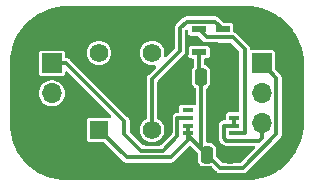
<source format=gbr>
%TF.GenerationSoftware,KiCad,Pcbnew,7.0.5*%
%TF.CreationDate,2023-12-18T16:39:59+02:00*%
%TF.ProjectId,Clock Push Button,436c6f63-6b20-4507-9573-682042757474,rev?*%
%TF.SameCoordinates,Original*%
%TF.FileFunction,Copper,L1,Top*%
%TF.FilePolarity,Positive*%
%FSLAX46Y46*%
G04 Gerber Fmt 4.6, Leading zero omitted, Abs format (unit mm)*
G04 Created by KiCad (PCBNEW 7.0.5) date 2023-12-18 16:39:59*
%MOMM*%
%LPD*%
G01*
G04 APERTURE LIST*
G04 Aperture macros list*
%AMRoundRect*
0 Rectangle with rounded corners*
0 $1 Rounding radius*
0 $2 $3 $4 $5 $6 $7 $8 $9 X,Y pos of 4 corners*
0 Add a 4 corners polygon primitive as box body*
4,1,4,$2,$3,$4,$5,$6,$7,$8,$9,$2,$3,0*
0 Add four circle primitives for the rounded corners*
1,1,$1+$1,$2,$3*
1,1,$1+$1,$4,$5*
1,1,$1+$1,$6,$7*
1,1,$1+$1,$8,$9*
0 Add four rect primitives between the rounded corners*
20,1,$1+$1,$2,$3,$4,$5,0*
20,1,$1+$1,$4,$5,$6,$7,0*
20,1,$1+$1,$6,$7,$8,$9,0*
20,1,$1+$1,$8,$9,$2,$3,0*%
G04 Aperture macros list end*
%TA.AperFunction,SMDPad,CuDef*%
%ADD10R,1.310000X0.940000*%
%TD*%
%TA.AperFunction,SMDPad,CuDef*%
%ADD11R,1.310000X0.550000*%
%TD*%
%TA.AperFunction,ComponentPad*%
%ADD12R,1.575000X1.575000*%
%TD*%
%TA.AperFunction,ComponentPad*%
%ADD13C,1.575000*%
%TD*%
%TA.AperFunction,SMDPad,CuDef*%
%ADD14R,0.950000X0.450000*%
%TD*%
%TA.AperFunction,SMDPad,CuDef*%
%ADD15RoundRect,0.250000X-0.250000X-0.475000X0.250000X-0.475000X0.250000X0.475000X-0.250000X0.475000X0*%
%TD*%
%TA.AperFunction,ComponentPad*%
%ADD16R,1.700000X1.700000*%
%TD*%
%TA.AperFunction,ComponentPad*%
%ADD17O,1.700000X1.700000*%
%TD*%
%TA.AperFunction,Conductor*%
%ADD18C,0.380000*%
%TD*%
G04 APERTURE END LIST*
D10*
%TO.P,IC2,1,GND*%
%TO.N,/GND*%
X128767500Y-52200000D03*
D11*
%TO.P,IC2,2,IN*%
%TO.N,Net-(IC2-IN)*%
X128767500Y-50475000D03*
%TO.P,IC2,3,OUT*%
%TO.N,Net-(IC2-OUT)*%
X126767500Y-50475000D03*
%TO.P,IC2,4,VCC*%
%TO.N,/3.3V*%
X126767500Y-52395000D03*
%TD*%
D12*
%TO.P,S2,1,C1*%
%TO.N,/3.3V*%
X118298400Y-58977600D03*
D13*
%TO.P,S2,2,C2*%
%TO.N,unconnected-(S2-C2-Pad2)*%
X118298400Y-52477600D03*
%TO.P,S2,3,N1*%
%TO.N,Net-(IC2-IN)*%
X122798400Y-58977600D03*
%TO.P,S2,4,N2*%
%TO.N,unconnected-(S2-N2-Pad4)*%
X122798400Y-52477600D03*
%TD*%
D14*
%TO.P,IC3,1,CP*%
%TO.N,Net-(IC2-OUT)*%
X129760765Y-59268000D03*
%TO.P,IC3,2,D*%
%TO.N,/CLK*%
X129760765Y-58618000D03*
%TO.P,IC3,3,~{Q}*%
X129760765Y-57968000D03*
%TO.P,IC3,4,GND*%
%TO.N,/GND*%
X129760765Y-57318000D03*
%TO.P,IC3,5,Q*%
%TO.N,unconnected-(IC3-Q-Pad5)*%
X125810765Y-57318000D03*
%TO.P,IC3,6,~{RD}*%
%TO.N,/~{Reset}*%
X125810765Y-57968000D03*
%TO.P,IC3,7,~{SD}*%
%TO.N,/3.3V*%
X125810765Y-58618000D03*
%TO.P,IC3,8,3V*%
X125810765Y-59268000D03*
%TD*%
D15*
%TO.P,C2,1*%
%TO.N,/3.3V*%
X126953365Y-54483000D03*
%TO.P,C2,2*%
%TO.N,/GND*%
X128853365Y-54483000D03*
%TD*%
%TO.P,C1,1*%
%TO.N,/3.3V*%
X127463000Y-61087000D03*
%TO.P,C1,2*%
%TO.N,/GND*%
X129363000Y-61087000D03*
%TD*%
D16*
%TO.P,J1,1,Pin_1*%
%TO.N,/~{Reset}*%
X114300000Y-53340000D03*
D17*
%TO.P,J1,2,Pin_2*%
%TO.N,unconnected-(J1-Pin_2-Pad2)*%
X114300000Y-55880000D03*
%TO.P,J1,3,Pin_3*%
%TO.N,/GND*%
X114300000Y-58420000D03*
%TD*%
D16*
%TO.P,J2,1,Pin_1*%
%TO.N,/3.3V*%
X132080000Y-53340000D03*
D17*
%TO.P,J2,2,Pin_2*%
%TO.N,unconnected-(J2-Pin_2-Pad2)*%
X132080000Y-55880000D03*
%TO.P,J2,3,Pin_3*%
%TO.N,/CLK*%
X132080000Y-58420000D03*
%TD*%
D18*
%TO.N,/GND*%
X121620900Y-59465337D02*
X121620900Y-58247900D01*
X125722500Y-52578000D02*
X124365765Y-53934735D01*
X121620900Y-58247900D02*
X115473000Y-52100000D01*
X128767500Y-52200000D02*
X128297500Y-51730000D01*
X128767500Y-52200000D02*
X128767500Y-54397135D01*
X129363000Y-61087000D02*
X128315765Y-60039765D01*
X123359900Y-60155100D02*
X122310663Y-60155100D01*
X115473000Y-52100000D02*
X113060000Y-52100000D01*
X129760765Y-57318000D02*
X128905765Y-57318000D01*
X128315765Y-55020600D02*
X128853365Y-54483000D01*
X128864765Y-57277000D02*
X128315765Y-57277000D01*
X113030000Y-52130000D02*
X113030000Y-57150000D01*
X128315765Y-57277000D02*
X128315765Y-55020600D01*
X128905765Y-57318000D02*
X128864765Y-57277000D01*
X113030000Y-57150000D02*
X114300000Y-58420000D01*
X125722500Y-51730000D02*
X125722500Y-52578000D01*
X124365765Y-53934735D02*
X124365765Y-59149235D01*
X128297500Y-51730000D02*
X125722500Y-51730000D01*
X122310663Y-60155100D02*
X121620900Y-59465337D01*
X113060000Y-52100000D02*
X113030000Y-52130000D01*
X128315765Y-60039765D02*
X128315765Y-57277000D01*
X124365765Y-59149235D02*
X123359900Y-60155100D01*
%TO.N,/3.3V*%
X120635900Y-61315100D02*
X118298400Y-58977600D01*
X128578000Y-62202000D02*
X127463000Y-61087000D01*
X126953365Y-60577365D02*
X127463000Y-61087000D01*
X126953365Y-54483000D02*
X126953365Y-60577365D01*
X126767500Y-52395000D02*
X126767500Y-54297135D01*
X130457000Y-62202000D02*
X128578000Y-62202000D01*
X125810765Y-59268000D02*
X125810765Y-58618000D01*
X133320000Y-54580000D02*
X133320000Y-59339000D01*
X124368665Y-61315100D02*
X120635900Y-61315100D01*
X132080000Y-53340000D02*
X133320000Y-54580000D01*
X125810765Y-59873000D02*
X124368665Y-61315100D01*
X125810765Y-59268000D02*
X125810765Y-59434765D01*
X125810765Y-59268000D02*
X125810765Y-59873000D01*
X133320000Y-59339000D02*
X130457000Y-62202000D01*
X125810765Y-59434765D02*
X127463000Y-61087000D01*
%TO.N,Net-(IC2-IN)*%
X125142500Y-50390000D02*
X125722500Y-49810000D01*
X128102500Y-49810000D02*
X128767500Y-50475000D01*
X125142500Y-52310000D02*
X125142500Y-50390000D01*
X125722500Y-49810000D02*
X128102500Y-49810000D01*
X122798400Y-58977600D02*
X122798400Y-54654100D01*
X122798400Y-54654100D02*
X125142500Y-52310000D01*
%TO.N,Net-(IC2-OUT)*%
X127442500Y-51150000D02*
X129622500Y-51150000D01*
X130625765Y-59258000D02*
X130615765Y-59268000D01*
X129622500Y-51150000D02*
X130625765Y-52153265D01*
X130625765Y-52153265D02*
X130625765Y-59258000D01*
X130615765Y-59268000D02*
X129760765Y-59268000D01*
X126767500Y-50475000D02*
X127442500Y-51150000D01*
%TO.N,/CLK*%
X132080000Y-59690000D02*
X132080000Y-58420000D01*
X131887000Y-59883000D02*
X132080000Y-59690000D01*
X129070000Y-59883000D02*
X131887000Y-59883000D01*
X128895765Y-58628000D02*
X128895765Y-59708765D01*
X128895765Y-59708765D02*
X129070000Y-59883000D01*
X129760765Y-58618000D02*
X128905765Y-58618000D01*
X128905765Y-58618000D02*
X128895765Y-58628000D01*
X129760765Y-57968000D02*
X129760765Y-58618000D01*
%TO.N,/~{Reset}*%
X124945765Y-59516479D02*
X123727144Y-60735100D01*
X121890856Y-60735100D02*
X120451000Y-59295244D01*
X115530000Y-53340000D02*
X114300000Y-53340000D01*
X120451000Y-59295244D02*
X120451000Y-58261000D01*
X124945765Y-57978000D02*
X124945765Y-59516479D01*
X123727144Y-60735100D02*
X121890856Y-60735100D01*
X120451000Y-58261000D02*
X115530000Y-53340000D01*
X125810765Y-57968000D02*
X124955765Y-57968000D01*
X124955765Y-57968000D02*
X124945765Y-57978000D01*
%TD*%
%TA.AperFunction,Conductor*%
%TO.N,/GND*%
G36*
X130811353Y-48510558D02*
G01*
X131228237Y-48528759D01*
X131233590Y-48529228D01*
X131645957Y-48583517D01*
X131651273Y-48584455D01*
X132057328Y-48674476D01*
X132062540Y-48675872D01*
X132459209Y-48800941D01*
X132464289Y-48802790D01*
X132485203Y-48811453D01*
X132848553Y-48961957D01*
X132853423Y-48964228D01*
X133222372Y-49156291D01*
X133227021Y-49158976D01*
X133577810Y-49382454D01*
X133582229Y-49385548D01*
X133782186Y-49538980D01*
X133912198Y-49638741D01*
X133916343Y-49642220D01*
X134222976Y-49923197D01*
X134226802Y-49927023D01*
X134507779Y-50233656D01*
X134511256Y-50237799D01*
X134620827Y-50380595D01*
X134764449Y-50567767D01*
X134767548Y-50572193D01*
X134991018Y-50922971D01*
X134993712Y-50927635D01*
X135041891Y-51020185D01*
X135185762Y-51296558D01*
X135188049Y-51301462D01*
X135347209Y-51685710D01*
X135349060Y-51690795D01*
X135474123Y-52087444D01*
X135475523Y-52092671D01*
X135565544Y-52498726D01*
X135566484Y-52504055D01*
X135620769Y-52916391D01*
X135621240Y-52921781D01*
X135633374Y-53199691D01*
X135639441Y-53338646D01*
X135639500Y-53341350D01*
X135639500Y-58418646D01*
X135639441Y-58421350D01*
X135621240Y-58838215D01*
X135620768Y-58843606D01*
X135566483Y-59255945D01*
X135565543Y-59261274D01*
X135475525Y-59667322D01*
X135474125Y-59672549D01*
X135349059Y-60069205D01*
X135347208Y-60074290D01*
X135188048Y-60458536D01*
X135185760Y-60463440D01*
X135013718Y-60793934D01*
X134993719Y-60832351D01*
X134991013Y-60837037D01*
X134767553Y-61187798D01*
X134764449Y-61192231D01*
X134511258Y-61522197D01*
X134507779Y-61526342D01*
X134226801Y-61832975D01*
X134222975Y-61836801D01*
X133916342Y-62117779D01*
X133912197Y-62121258D01*
X133582231Y-62374449D01*
X133577798Y-62377553D01*
X133227037Y-62601013D01*
X133222353Y-62603717D01*
X132926916Y-62757511D01*
X132853440Y-62795761D01*
X132848536Y-62798048D01*
X132464290Y-62957208D01*
X132459205Y-62959059D01*
X132062549Y-63084125D01*
X132057322Y-63085525D01*
X131651274Y-63175543D01*
X131645945Y-63176483D01*
X131233606Y-63230768D01*
X131228215Y-63231240D01*
X130811351Y-63249441D01*
X130808647Y-63249500D01*
X115571350Y-63249500D01*
X115568646Y-63249441D01*
X115164690Y-63231805D01*
X115151780Y-63231241D01*
X115146390Y-63230770D01*
X114734055Y-63176485D01*
X114728726Y-63175545D01*
X114322671Y-63085524D01*
X114317444Y-63084124D01*
X113920795Y-62959061D01*
X113915717Y-62957213D01*
X113531462Y-62798050D01*
X113526565Y-62795767D01*
X113157634Y-62603713D01*
X113152970Y-62601019D01*
X112802192Y-62377549D01*
X112797766Y-62374450D01*
X112763352Y-62348043D01*
X112467798Y-62121256D01*
X112463663Y-62117786D01*
X112157023Y-61836802D01*
X112153197Y-61832976D01*
X111872213Y-61526336D01*
X111868745Y-61522204D01*
X111615547Y-61192230D01*
X111612453Y-61187811D01*
X111388975Y-60837022D01*
X111386290Y-60832373D01*
X111194227Y-60463424D01*
X111191949Y-60458537D01*
X111166041Y-60395989D01*
X111032781Y-60074270D01*
X111030940Y-60069209D01*
X110905871Y-59672540D01*
X110904475Y-59667328D01*
X110814454Y-59261273D01*
X110813516Y-59255957D01*
X110759227Y-58843591D01*
X110758758Y-58838238D01*
X110740555Y-58421308D01*
X110740498Y-58418690D01*
X110740498Y-58375832D01*
X110740498Y-55880000D01*
X113194785Y-55880000D01*
X113213602Y-56083082D01*
X113269417Y-56279247D01*
X113269422Y-56279260D01*
X113360327Y-56461821D01*
X113483237Y-56624581D01*
X113633958Y-56761980D01*
X113633960Y-56761982D01*
X113659808Y-56777986D01*
X113807363Y-56869348D01*
X113997544Y-56943024D01*
X114198024Y-56980500D01*
X114198026Y-56980500D01*
X114401974Y-56980500D01*
X114401976Y-56980500D01*
X114602456Y-56943024D01*
X114792637Y-56869348D01*
X114966041Y-56761981D01*
X115116764Y-56624579D01*
X115239673Y-56461821D01*
X115330582Y-56279250D01*
X115386397Y-56083083D01*
X115405215Y-55880000D01*
X115386397Y-55676917D01*
X115330582Y-55480750D01*
X115300893Y-55421127D01*
X115286272Y-55391764D01*
X115239673Y-55298179D01*
X115116764Y-55135421D01*
X115116762Y-55135418D01*
X114966041Y-54998019D01*
X114966039Y-54998017D01*
X114792642Y-54890655D01*
X114792635Y-54890651D01*
X114612541Y-54820883D01*
X114602456Y-54816976D01*
X114401976Y-54779500D01*
X114198024Y-54779500D01*
X113997544Y-54816976D01*
X113997541Y-54816976D01*
X113997541Y-54816977D01*
X113807364Y-54890651D01*
X113807357Y-54890655D01*
X113633960Y-54998017D01*
X113633958Y-54998019D01*
X113483237Y-55135418D01*
X113360327Y-55298178D01*
X113269422Y-55480739D01*
X113269417Y-55480752D01*
X113213602Y-55676917D01*
X113194785Y-55879999D01*
X113194785Y-55880000D01*
X110740498Y-55880000D01*
X110740499Y-54214678D01*
X113199500Y-54214678D01*
X113214032Y-54287735D01*
X113214033Y-54287739D01*
X113214034Y-54287740D01*
X113269399Y-54370601D01*
X113352260Y-54425966D01*
X113352264Y-54425967D01*
X113425321Y-54440499D01*
X113425324Y-54440500D01*
X113425326Y-54440500D01*
X115174676Y-54440500D01*
X115174677Y-54440499D01*
X115247740Y-54425966D01*
X115330601Y-54370601D01*
X115385966Y-54287740D01*
X115400500Y-54214674D01*
X115400500Y-54132823D01*
X115420185Y-54065784D01*
X115472989Y-54020029D01*
X115542147Y-54010085D01*
X115605703Y-54039110D01*
X115612181Y-54045142D01*
X119319041Y-57752002D01*
X119352526Y-57813325D01*
X119347542Y-57883017D01*
X119305670Y-57938950D01*
X119240206Y-57963367D01*
X119195690Y-57956154D01*
X119195619Y-57956516D01*
X119185489Y-57954501D01*
X119183909Y-57954245D01*
X119183638Y-57954132D01*
X119110577Y-57939600D01*
X119110574Y-57939600D01*
X117486226Y-57939600D01*
X117486223Y-57939600D01*
X117413164Y-57954132D01*
X117413160Y-57954133D01*
X117330299Y-58009499D01*
X117274933Y-58092360D01*
X117274932Y-58092364D01*
X117260400Y-58165421D01*
X117260400Y-59789778D01*
X117274932Y-59862835D01*
X117274933Y-59862839D01*
X117274934Y-59862840D01*
X117330299Y-59945701D01*
X117371605Y-59973300D01*
X117413160Y-60001066D01*
X117413164Y-60001067D01*
X117486221Y-60015599D01*
X117486224Y-60015600D01*
X117486226Y-60015600D01*
X118662077Y-60015600D01*
X118729116Y-60035285D01*
X118749758Y-60051919D01*
X120304455Y-61606616D01*
X120309091Y-61611804D01*
X120326194Y-61633249D01*
X120332899Y-61641657D01*
X120373712Y-61669483D01*
X120379999Y-61673769D01*
X120381882Y-61675106D01*
X120427742Y-61708952D01*
X120427746Y-61708953D01*
X120435123Y-61712852D01*
X120442613Y-61716459D01*
X120442615Y-61716460D01*
X120470579Y-61725085D01*
X120497084Y-61733261D01*
X120499270Y-61733980D01*
X120553081Y-61752810D01*
X120553086Y-61752810D01*
X120561256Y-61754356D01*
X120569504Y-61755599D01*
X120569505Y-61755600D01*
X120626496Y-61755600D01*
X120628777Y-61755642D01*
X120685777Y-61757775D01*
X120695010Y-61756735D01*
X120695106Y-61757589D01*
X120710220Y-61755600D01*
X124340437Y-61755600D01*
X124347377Y-61755989D01*
X124377316Y-61759363D01*
X124385321Y-61760265D01*
X124385321Y-61760264D01*
X124385322Y-61760265D01*
X124441369Y-61749659D01*
X124443636Y-61749275D01*
X124493137Y-61741815D01*
X124499971Y-61740785D01*
X124507942Y-61738326D01*
X124515792Y-61735579D01*
X124515792Y-61735578D01*
X124515796Y-61735578D01*
X124566194Y-61708940D01*
X124568240Y-61707908D01*
X124619611Y-61683170D01*
X124619613Y-61683167D01*
X124626469Y-61678493D01*
X124633197Y-61673529D01*
X124637243Y-61669483D01*
X124673502Y-61633222D01*
X124675125Y-61631658D01*
X124716952Y-61592850D01*
X124716954Y-61592846D01*
X124722747Y-61585582D01*
X124723423Y-61586121D01*
X124732696Y-61574028D01*
X125942203Y-60364521D01*
X126003524Y-60331038D01*
X126073216Y-60336022D01*
X126117560Y-60364521D01*
X126594935Y-60841896D01*
X126594936Y-60841897D01*
X126635241Y-60882202D01*
X126636824Y-60883846D01*
X126675615Y-60925652D01*
X126675616Y-60925653D01*
X126679397Y-60929727D01*
X126710567Y-60992259D01*
X126712500Y-61014070D01*
X126712500Y-61609870D01*
X126712501Y-61609876D01*
X126718908Y-61669483D01*
X126769202Y-61804328D01*
X126769206Y-61804335D01*
X126855452Y-61919544D01*
X126855455Y-61919547D01*
X126970664Y-62005793D01*
X126970671Y-62005797D01*
X127015618Y-62022561D01*
X127105517Y-62056091D01*
X127165127Y-62062500D01*
X127760872Y-62062499D01*
X127764176Y-62062499D01*
X127831215Y-62082183D01*
X127851857Y-62098818D01*
X128246555Y-62493516D01*
X128251191Y-62498704D01*
X128267009Y-62518538D01*
X128274999Y-62528557D01*
X128322121Y-62560684D01*
X128323970Y-62561996D01*
X128327164Y-62564353D01*
X128369841Y-62595851D01*
X128377216Y-62599748D01*
X128384713Y-62603359D01*
X128384715Y-62603360D01*
X128439206Y-62620167D01*
X128441368Y-62620879D01*
X128495181Y-62639710D01*
X128495186Y-62639710D01*
X128503356Y-62641256D01*
X128511604Y-62642499D01*
X128511605Y-62642500D01*
X128568596Y-62642500D01*
X128570877Y-62642542D01*
X128627877Y-62644675D01*
X128637110Y-62643635D01*
X128637206Y-62644489D01*
X128652320Y-62642500D01*
X130428772Y-62642500D01*
X130435712Y-62642889D01*
X130465651Y-62646263D01*
X130473656Y-62647165D01*
X130473656Y-62647164D01*
X130473657Y-62647165D01*
X130529704Y-62636559D01*
X130531971Y-62636175D01*
X130588306Y-62627685D01*
X130596277Y-62625226D01*
X130604127Y-62622479D01*
X130604127Y-62622478D01*
X130604131Y-62622478D01*
X130654529Y-62595840D01*
X130656575Y-62594808D01*
X130707946Y-62570070D01*
X130707948Y-62570067D01*
X130714804Y-62565393D01*
X130721532Y-62560429D01*
X130761837Y-62520122D01*
X130763460Y-62518558D01*
X130805287Y-62479750D01*
X130805289Y-62479746D01*
X130811082Y-62472482D01*
X130811758Y-62473021D01*
X130821031Y-62460928D01*
X133611528Y-59670431D01*
X133616696Y-59665812D01*
X133646557Y-59642001D01*
X133678684Y-59594877D01*
X133679986Y-59593042D01*
X133713852Y-59547158D01*
X133713853Y-59547156D01*
X133717741Y-59539798D01*
X133721359Y-59532287D01*
X133726525Y-59515539D01*
X133738166Y-59477796D01*
X133738881Y-59475625D01*
X133757710Y-59421819D01*
X133757710Y-59421813D01*
X133759254Y-59413655D01*
X133760500Y-59405394D01*
X133760500Y-59348403D01*
X133760542Y-59346121D01*
X133762675Y-59289123D01*
X133762674Y-59289122D01*
X133761635Y-59279894D01*
X133762492Y-59279797D01*
X133760500Y-59264689D01*
X133760500Y-54608227D01*
X133760889Y-54601289D01*
X133765165Y-54563344D01*
X133754556Y-54507279D01*
X133754177Y-54505040D01*
X133745685Y-54448694D01*
X133745684Y-54448691D01*
X133743231Y-54440738D01*
X133740479Y-54432875D01*
X133740478Y-54432869D01*
X133713841Y-54382470D01*
X133712808Y-54380423D01*
X133688068Y-54329050D01*
X133683403Y-54322207D01*
X133678428Y-54315467D01*
X133638121Y-54275160D01*
X133636539Y-54273517D01*
X133597750Y-54231713D01*
X133590482Y-54225917D01*
X133591017Y-54225245D01*
X133578926Y-54215965D01*
X133216819Y-53853858D01*
X133183334Y-53792535D01*
X133180500Y-53766177D01*
X133180500Y-52465323D01*
X133180499Y-52465321D01*
X133165967Y-52392264D01*
X133165966Y-52392260D01*
X133160728Y-52384421D01*
X133110601Y-52309399D01*
X133055234Y-52272405D01*
X133027739Y-52254033D01*
X133027735Y-52254032D01*
X132954677Y-52239500D01*
X132954674Y-52239500D01*
X131205326Y-52239500D01*
X131199234Y-52239500D01*
X131199234Y-52238324D01*
X131136746Y-52226468D01*
X131086040Y-52178398D01*
X131071410Y-52139144D01*
X131062117Y-52090033D01*
X131060325Y-52080567D01*
X131059940Y-52078293D01*
X131059621Y-52076175D01*
X131051450Y-52021959D01*
X131051448Y-52021955D01*
X131048993Y-52013995D01*
X131046244Y-52006140D01*
X131046243Y-52006134D01*
X131019606Y-51955735D01*
X131018573Y-51953688D01*
X130993833Y-51902315D01*
X130989168Y-51895472D01*
X130984193Y-51888732D01*
X130964961Y-51869500D01*
X130943886Y-51848425D01*
X130942304Y-51846782D01*
X130903515Y-51804978D01*
X130896247Y-51799182D01*
X130896782Y-51798510D01*
X130884691Y-51789230D01*
X129953943Y-50858482D01*
X129949306Y-50853294D01*
X129925499Y-50823441D01*
X129878393Y-50791324D01*
X129876503Y-50789983D01*
X129848105Y-50769025D01*
X129830657Y-50756148D01*
X129830655Y-50756147D01*
X129823294Y-50752256D01*
X129815787Y-50748641D01*
X129815785Y-50748640D01*
X129761311Y-50731837D01*
X129759122Y-50731116D01*
X129757145Y-50730425D01*
X129756015Y-50730029D01*
X129699250Y-50689293D01*
X129673519Y-50624334D01*
X129673000Y-50612998D01*
X129673000Y-50175323D01*
X129672999Y-50175321D01*
X129658467Y-50102264D01*
X129658466Y-50102260D01*
X129629265Y-50058557D01*
X129603101Y-50019399D01*
X129520240Y-49964034D01*
X129520239Y-49964033D01*
X129520235Y-49964032D01*
X129447177Y-49949500D01*
X129447174Y-49949500D01*
X128916323Y-49949500D01*
X128849284Y-49929815D01*
X128828642Y-49913181D01*
X128433943Y-49518482D01*
X128429306Y-49513294D01*
X128405499Y-49483441D01*
X128358393Y-49451324D01*
X128356503Y-49449983D01*
X128311395Y-49416693D01*
X128310657Y-49416148D01*
X128310655Y-49416147D01*
X128303294Y-49412256D01*
X128295784Y-49408639D01*
X128241318Y-49391839D01*
X128239115Y-49391114D01*
X128185319Y-49372289D01*
X128177140Y-49370741D01*
X128168899Y-49369500D01*
X128168895Y-49369500D01*
X128111904Y-49369500D01*
X128109622Y-49369457D01*
X128085561Y-49368557D01*
X128052622Y-49367324D01*
X128043390Y-49368365D01*
X128043293Y-49367510D01*
X128028180Y-49369500D01*
X125750727Y-49369500D01*
X125743788Y-49369110D01*
X125729584Y-49367510D01*
X125705844Y-49364834D01*
X125649832Y-49375432D01*
X125647547Y-49375820D01*
X125591193Y-49384314D01*
X125583238Y-49386767D01*
X125575368Y-49389522D01*
X125524993Y-49416145D01*
X125522926Y-49417188D01*
X125471553Y-49441929D01*
X125464697Y-49446603D01*
X125457964Y-49451573D01*
X125417685Y-49491852D01*
X125416017Y-49493459D01*
X125374210Y-49532251D01*
X125368419Y-49539514D01*
X125367749Y-49538980D01*
X125358468Y-49551069D01*
X124850981Y-50058557D01*
X124845794Y-50063192D01*
X124815943Y-50086998D01*
X124815941Y-50087000D01*
X124783831Y-50134096D01*
X124782491Y-50135984D01*
X124748648Y-50181841D01*
X124744748Y-50189221D01*
X124741140Y-50196715D01*
X124724341Y-50251172D01*
X124723617Y-50253372D01*
X124704790Y-50307178D01*
X124703245Y-50315340D01*
X124702000Y-50323605D01*
X124702000Y-50380595D01*
X124701957Y-50382879D01*
X124701134Y-50404869D01*
X124699824Y-50439877D01*
X124700865Y-50449110D01*
X124700008Y-50449206D01*
X124702000Y-50464319D01*
X124702000Y-52076175D01*
X124682315Y-52143214D01*
X124665681Y-52163856D01*
X124029004Y-52800533D01*
X123967681Y-52834018D01*
X123897989Y-52829034D01*
X123842056Y-52787162D01*
X123817639Y-52721698D01*
X123821498Y-52687317D01*
X123820193Y-52687058D01*
X123821380Y-52681087D01*
X123821380Y-52681085D01*
X123821381Y-52681083D01*
X123841422Y-52477600D01*
X123821381Y-52274117D01*
X123762027Y-52078453D01*
X123762025Y-52078450D01*
X123762025Y-52078448D01*
X123665644Y-51898133D01*
X123665642Y-51898131D01*
X123665641Y-51898128D01*
X123624194Y-51847624D01*
X123535928Y-51740071D01*
X123377873Y-51610360D01*
X123377866Y-51610355D01*
X123197551Y-51513974D01*
X123001881Y-51454618D01*
X122798400Y-51434578D01*
X122594918Y-51454618D01*
X122399248Y-51513974D01*
X122218933Y-51610355D01*
X122218926Y-51610360D01*
X122060871Y-51740071D01*
X121931160Y-51898126D01*
X121931155Y-51898133D01*
X121834774Y-52078448D01*
X121775418Y-52274118D01*
X121755378Y-52477599D01*
X121775418Y-52681081D01*
X121834774Y-52876751D01*
X121931155Y-53057066D01*
X121931160Y-53057073D01*
X122060871Y-53215128D01*
X122170859Y-53305392D01*
X122218928Y-53344841D01*
X122218931Y-53344842D01*
X122218933Y-53344844D01*
X122399248Y-53441225D01*
X122399250Y-53441225D01*
X122399253Y-53441227D01*
X122594917Y-53500581D01*
X122798400Y-53520622D01*
X123001883Y-53500581D01*
X123001885Y-53500580D01*
X123001887Y-53500580D01*
X123007858Y-53499393D01*
X123008332Y-53501777D01*
X123067473Y-53501225D01*
X123126602Y-53538448D01*
X123156220Y-53601730D01*
X123146923Y-53670978D01*
X123121333Y-53708204D01*
X122506881Y-54322657D01*
X122501694Y-54327292D01*
X122471843Y-54351098D01*
X122471841Y-54351100D01*
X122439731Y-54398196D01*
X122438391Y-54400084D01*
X122404548Y-54445941D01*
X122400648Y-54453321D01*
X122397040Y-54460815D01*
X122380241Y-54515272D01*
X122379517Y-54517472D01*
X122360690Y-54571278D01*
X122359145Y-54579440D01*
X122357900Y-54587705D01*
X122357900Y-54644695D01*
X122357857Y-54646979D01*
X122357034Y-54668969D01*
X122355724Y-54703977D01*
X122356765Y-54713210D01*
X122355908Y-54713306D01*
X122357900Y-54728419D01*
X122357900Y-57961753D01*
X122338215Y-58028792D01*
X122292355Y-58071110D01*
X122218926Y-58110359D01*
X122060871Y-58240071D01*
X121931160Y-58398126D01*
X121931155Y-58398133D01*
X121834774Y-58578448D01*
X121775418Y-58774118D01*
X121755378Y-58977599D01*
X121775418Y-59181081D01*
X121834774Y-59376751D01*
X121931155Y-59557066D01*
X121931160Y-59557073D01*
X122060871Y-59715128D01*
X122151833Y-59789778D01*
X122218928Y-59844841D01*
X122218931Y-59844842D01*
X122218933Y-59844844D01*
X122399248Y-59941225D01*
X122399250Y-59941225D01*
X122399253Y-59941227D01*
X122594917Y-60000581D01*
X122798400Y-60020622D01*
X123001883Y-60000581D01*
X123197547Y-59941227D01*
X123377872Y-59844841D01*
X123535928Y-59715128D01*
X123665641Y-59557072D01*
X123731133Y-59434545D01*
X123762025Y-59376751D01*
X123762025Y-59376750D01*
X123762027Y-59376747D01*
X123821381Y-59181083D01*
X123841422Y-58977600D01*
X123821381Y-58774117D01*
X123762027Y-58578453D01*
X123762025Y-58578450D01*
X123762025Y-58578448D01*
X123665644Y-58398133D01*
X123665642Y-58398131D01*
X123665641Y-58398128D01*
X123611858Y-58332593D01*
X123535928Y-58240071D01*
X123377873Y-58110360D01*
X123377866Y-58110354D01*
X123304446Y-58071111D01*
X123254601Y-58022149D01*
X123238899Y-57961753D01*
X123238899Y-56461821D01*
X123238899Y-54887918D01*
X123258584Y-54820883D01*
X123275213Y-54800246D01*
X125434028Y-52641431D01*
X125439196Y-52636812D01*
X125469057Y-52613001D01*
X125501194Y-52565862D01*
X125502482Y-52564046D01*
X125536352Y-52518157D01*
X125536353Y-52518155D01*
X125540243Y-52510794D01*
X125543856Y-52503289D01*
X125543860Y-52503285D01*
X125560661Y-52448811D01*
X125561385Y-52446614D01*
X125580210Y-52392819D01*
X125580210Y-52392812D01*
X125581756Y-52384642D01*
X125582997Y-52376403D01*
X125583000Y-52376395D01*
X125582999Y-52319405D01*
X125583041Y-52317120D01*
X125585175Y-52260123D01*
X125585174Y-52260122D01*
X125584135Y-52250893D01*
X125584988Y-52250796D01*
X125583000Y-52235682D01*
X125583000Y-50623822D01*
X125602685Y-50556783D01*
X125619312Y-50536147D01*
X125650321Y-50505138D01*
X125711640Y-50471655D01*
X125781332Y-50476639D01*
X125837266Y-50518509D01*
X125861684Y-50583973D01*
X125862000Y-50592821D01*
X125862000Y-50774678D01*
X125876532Y-50847735D01*
X125876533Y-50847739D01*
X125876534Y-50847740D01*
X125931899Y-50930601D01*
X126014760Y-50985966D01*
X126014764Y-50985967D01*
X126087821Y-51000499D01*
X126087824Y-51000500D01*
X126087826Y-51000500D01*
X126618677Y-51000500D01*
X126685716Y-51020185D01*
X126706358Y-51036819D01*
X127111055Y-51441516D01*
X127115691Y-51446704D01*
X127132451Y-51467720D01*
X127139499Y-51476557D01*
X127186621Y-51508684D01*
X127188470Y-51509996D01*
X127193859Y-51513973D01*
X127234341Y-51543851D01*
X127241716Y-51547748D01*
X127249213Y-51551359D01*
X127249215Y-51551360D01*
X127303706Y-51568167D01*
X127305868Y-51568879D01*
X127359681Y-51587710D01*
X127359686Y-51587710D01*
X127367856Y-51589256D01*
X127376104Y-51590499D01*
X127376105Y-51590500D01*
X127433096Y-51590500D01*
X127435377Y-51590542D01*
X127492377Y-51592675D01*
X127501610Y-51591635D01*
X127501706Y-51592489D01*
X127516820Y-51590500D01*
X129388677Y-51590500D01*
X129455716Y-51610185D01*
X129476358Y-51626819D01*
X130148946Y-52299407D01*
X130182431Y-52360730D01*
X130185265Y-52387088D01*
X130185265Y-57368500D01*
X130165580Y-57435539D01*
X130112776Y-57481294D01*
X130061265Y-57492500D01*
X129261088Y-57492500D01*
X129188029Y-57507032D01*
X129188025Y-57507033D01*
X129105164Y-57562399D01*
X129049798Y-57645260D01*
X129049797Y-57645264D01*
X129035265Y-57718321D01*
X129035265Y-58050546D01*
X129015580Y-58117585D01*
X128962776Y-58163340D01*
X128897385Y-58173767D01*
X128889108Y-58172834D01*
X128833112Y-58183430D01*
X128830827Y-58183818D01*
X128774457Y-58192315D01*
X128766523Y-58194762D01*
X128758632Y-58197523D01*
X128708260Y-58224145D01*
X128706192Y-58225189D01*
X128654816Y-58249931D01*
X128647971Y-58254597D01*
X128641230Y-58259573D01*
X128604245Y-58296557D01*
X128599059Y-58301192D01*
X128569207Y-58324999D01*
X128569205Y-58325001D01*
X128568955Y-58325369D01*
X128562761Y-58332593D01*
X128563264Y-58332994D01*
X128557475Y-58340253D01*
X128551273Y-58350993D01*
X128548811Y-58354912D01*
X128537096Y-58372097D01*
X128535753Y-58373990D01*
X128501912Y-58419844D01*
X128498013Y-58427221D01*
X128494405Y-58434715D01*
X128477606Y-58489172D01*
X128476882Y-58491372D01*
X128458055Y-58545178D01*
X128456510Y-58553340D01*
X128455265Y-58561605D01*
X128455265Y-58618595D01*
X128455222Y-58620879D01*
X128454490Y-58640471D01*
X128453089Y-58677877D01*
X128454130Y-58687110D01*
X128453273Y-58687206D01*
X128455265Y-58702319D01*
X128455265Y-59680536D01*
X128454875Y-59687484D01*
X128450599Y-59725421D01*
X128456493Y-59756570D01*
X128461203Y-59781463D01*
X128461586Y-59783717D01*
X128470080Y-59840070D01*
X128472546Y-59848066D01*
X128475286Y-59855895D01*
X128501910Y-59906269D01*
X128502955Y-59908339D01*
X128527695Y-59959713D01*
X128532351Y-59966543D01*
X128537334Y-59973293D01*
X128537336Y-59973297D01*
X128577641Y-60013602D01*
X128579224Y-60015246D01*
X128618015Y-60057052D01*
X128625281Y-60062846D01*
X128624743Y-60063519D01*
X128636837Y-60072798D01*
X128738555Y-60174516D01*
X128743191Y-60179704D01*
X128759951Y-60200720D01*
X128766999Y-60209557D01*
X128814121Y-60241684D01*
X128815970Y-60242996D01*
X128831492Y-60254452D01*
X128861841Y-60276851D01*
X128869216Y-60280748D01*
X128876713Y-60284359D01*
X128876715Y-60284360D01*
X128931195Y-60301164D01*
X128933337Y-60301869D01*
X128987181Y-60320711D01*
X128987183Y-60320711D01*
X128995340Y-60322254D01*
X129003602Y-60323500D01*
X129003605Y-60323500D01*
X129060585Y-60323500D01*
X129062867Y-60323542D01*
X129119878Y-60325675D01*
X129129112Y-60324635D01*
X129129208Y-60325489D01*
X129144322Y-60323500D01*
X131413177Y-60323500D01*
X131480216Y-60343185D01*
X131525971Y-60395989D01*
X131535915Y-60465147D01*
X131506890Y-60528703D01*
X131500858Y-60535181D01*
X130310858Y-61725181D01*
X130249535Y-61758666D01*
X130223177Y-61761500D01*
X128811823Y-61761500D01*
X128744784Y-61741815D01*
X128724142Y-61725181D01*
X128249818Y-61250857D01*
X128216333Y-61189534D01*
X128213499Y-61163176D01*
X128213499Y-60564129D01*
X128213498Y-60564123D01*
X128207091Y-60504516D01*
X128156797Y-60369671D01*
X128156793Y-60369664D01*
X128070547Y-60254455D01*
X128070544Y-60254452D01*
X127955335Y-60168206D01*
X127955328Y-60168202D01*
X127820482Y-60117908D01*
X127820483Y-60117908D01*
X127760883Y-60111501D01*
X127760881Y-60111500D01*
X127760873Y-60111500D01*
X127760865Y-60111500D01*
X127517865Y-60111500D01*
X127450826Y-60091815D01*
X127405071Y-60039011D01*
X127393865Y-59987500D01*
X127393865Y-55502666D01*
X127413550Y-55435627D01*
X127443554Y-55403399D01*
X127445694Y-55401796D01*
X127445696Y-55401796D01*
X127560911Y-55315546D01*
X127647161Y-55200331D01*
X127697456Y-55065483D01*
X127703865Y-55005873D01*
X127703864Y-53960128D01*
X127697456Y-53900517D01*
X127680053Y-53853858D01*
X127647162Y-53765671D01*
X127647158Y-53765664D01*
X127560912Y-53650455D01*
X127560909Y-53650452D01*
X127445700Y-53564206D01*
X127445693Y-53564202D01*
X127310849Y-53513909D01*
X127303484Y-53512169D01*
X127242768Y-53477596D01*
X127210382Y-53415685D01*
X127207999Y-53391492D01*
X127208000Y-53044500D01*
X127227685Y-52977460D01*
X127280489Y-52931705D01*
X127332000Y-52920500D01*
X127447176Y-52920500D01*
X127447177Y-52920499D01*
X127520240Y-52905966D01*
X127603101Y-52850601D01*
X127658466Y-52767740D01*
X127673000Y-52694674D01*
X127673000Y-52095326D01*
X127673000Y-52095325D01*
X127673000Y-52095323D01*
X127672999Y-52095321D01*
X127658467Y-52022264D01*
X127658466Y-52022260D01*
X127658264Y-52021958D01*
X127603101Y-51939399D01*
X127538384Y-51896157D01*
X127520239Y-51884033D01*
X127520235Y-51884032D01*
X127447177Y-51869500D01*
X127447174Y-51869500D01*
X126087826Y-51869500D01*
X126087823Y-51869500D01*
X126014764Y-51884032D01*
X126014760Y-51884033D01*
X125931899Y-51939399D01*
X125876533Y-52022260D01*
X125876532Y-52022264D01*
X125862000Y-52095321D01*
X125862000Y-52694678D01*
X125876532Y-52767735D01*
X125876533Y-52767739D01*
X125889511Y-52787162D01*
X125931899Y-52850601D01*
X126005083Y-52899500D01*
X126014760Y-52905966D01*
X126014764Y-52905967D01*
X126087821Y-52920499D01*
X126087824Y-52920500D01*
X126087826Y-52920500D01*
X126203000Y-52920500D01*
X126270039Y-52940185D01*
X126315794Y-52992989D01*
X126327000Y-53044500D01*
X126326999Y-53634320D01*
X126307314Y-53701360D01*
X126302267Y-53708629D01*
X126259570Y-53765665D01*
X126259567Y-53765671D01*
X126209273Y-53900517D01*
X126202866Y-53960116D01*
X126202866Y-53960123D01*
X126202865Y-53960135D01*
X126202865Y-55005870D01*
X126202866Y-55005876D01*
X126209273Y-55065483D01*
X126259567Y-55200328D01*
X126259571Y-55200335D01*
X126328723Y-55292709D01*
X126345819Y-55315546D01*
X126461034Y-55401796D01*
X126461035Y-55401796D01*
X126463176Y-55403399D01*
X126505047Y-55459333D01*
X126512865Y-55502666D01*
X126512865Y-56731670D01*
X126493180Y-56798709D01*
X126440376Y-56844464D01*
X126371218Y-56854408D01*
X126364674Y-56853287D01*
X126310443Y-56842500D01*
X126310439Y-56842500D01*
X125311091Y-56842500D01*
X125311088Y-56842500D01*
X125238029Y-56857032D01*
X125238025Y-56857033D01*
X125155164Y-56912399D01*
X125099798Y-56995260D01*
X125099797Y-56995264D01*
X125085265Y-57068321D01*
X125085265Y-57400546D01*
X125065580Y-57467585D01*
X125012776Y-57513340D01*
X124947385Y-57523767D01*
X124939108Y-57522834D01*
X124883112Y-57533430D01*
X124880827Y-57533818D01*
X124824457Y-57542315D01*
X124816523Y-57544762D01*
X124808632Y-57547523D01*
X124758260Y-57574145D01*
X124756192Y-57575189D01*
X124704816Y-57599931D01*
X124697971Y-57604597D01*
X124691230Y-57609573D01*
X124654245Y-57646557D01*
X124649059Y-57651192D01*
X124619207Y-57674999D01*
X124619205Y-57675001D01*
X124618955Y-57675369D01*
X124612761Y-57682593D01*
X124613264Y-57682994D01*
X124607475Y-57690253D01*
X124601273Y-57700993D01*
X124598811Y-57704912D01*
X124587096Y-57722097D01*
X124585753Y-57723990D01*
X124551912Y-57769844D01*
X124548013Y-57777221D01*
X124544405Y-57784715D01*
X124527606Y-57839172D01*
X124526882Y-57841372D01*
X124508055Y-57895178D01*
X124506510Y-57903340D01*
X124505265Y-57911605D01*
X124505265Y-57968595D01*
X124505222Y-57970879D01*
X124504623Y-57986916D01*
X124503089Y-58027877D01*
X124504130Y-58037110D01*
X124503273Y-58037206D01*
X124505265Y-58052319D01*
X124505264Y-59282655D01*
X124485579Y-59349695D01*
X124468945Y-59370336D01*
X123581002Y-60258281D01*
X123519679Y-60291766D01*
X123493321Y-60294600D01*
X122124679Y-60294600D01*
X122057640Y-60274915D01*
X122036998Y-60258281D01*
X120927819Y-59149101D01*
X120894334Y-59087778D01*
X120891500Y-59061420D01*
X120891500Y-58289228D01*
X120891890Y-58282280D01*
X120896165Y-58244343D01*
X120895357Y-58240071D01*
X120885560Y-58188302D01*
X120885175Y-58186028D01*
X120883187Y-58172835D01*
X120876685Y-58129694D01*
X120876683Y-58129690D01*
X120874228Y-58121730D01*
X120871479Y-58113875D01*
X120871478Y-58113869D01*
X120844841Y-58063470D01*
X120843808Y-58061423D01*
X120819068Y-58010050D01*
X120814403Y-58003207D01*
X120809428Y-57996467D01*
X120799877Y-57986916D01*
X120769115Y-57956154D01*
X120767539Y-57954517D01*
X120728750Y-57912713D01*
X120721482Y-57906917D01*
X120722017Y-57906245D01*
X120709926Y-57896965D01*
X115861443Y-53048482D01*
X115856806Y-53043294D01*
X115832999Y-53013441D01*
X115785893Y-52981324D01*
X115784003Y-52979983D01*
X115755605Y-52959025D01*
X115738157Y-52946148D01*
X115738155Y-52946147D01*
X115730794Y-52942256D01*
X115723284Y-52938639D01*
X115668818Y-52921839D01*
X115666615Y-52921114D01*
X115612819Y-52902289D01*
X115604640Y-52900741D01*
X115596399Y-52899500D01*
X115596395Y-52899500D01*
X115539403Y-52899500D01*
X115537126Y-52899457D01*
X115527346Y-52899091D01*
X115519856Y-52898811D01*
X115453601Y-52876630D01*
X115409856Y-52822149D01*
X115400500Y-52774898D01*
X115400500Y-52477599D01*
X117255378Y-52477599D01*
X117275418Y-52681081D01*
X117334774Y-52876751D01*
X117431155Y-53057066D01*
X117431160Y-53057073D01*
X117560871Y-53215128D01*
X117670859Y-53305392D01*
X117718928Y-53344841D01*
X117718931Y-53344842D01*
X117718933Y-53344844D01*
X117899248Y-53441225D01*
X117899250Y-53441225D01*
X117899253Y-53441227D01*
X118094917Y-53500581D01*
X118298400Y-53520622D01*
X118501883Y-53500581D01*
X118697547Y-53441227D01*
X118877872Y-53344841D01*
X119035928Y-53215128D01*
X119165641Y-53057072D01*
X119237955Y-52921782D01*
X119262025Y-52876751D01*
X119262025Y-52876750D01*
X119262027Y-52876747D01*
X119321381Y-52681083D01*
X119341422Y-52477600D01*
X119321381Y-52274117D01*
X119262027Y-52078453D01*
X119262025Y-52078450D01*
X119262025Y-52078448D01*
X119165644Y-51898133D01*
X119165642Y-51898131D01*
X119165641Y-51898128D01*
X119124194Y-51847624D01*
X119035928Y-51740071D01*
X118877873Y-51610360D01*
X118877866Y-51610355D01*
X118697551Y-51513974D01*
X118501881Y-51454618D01*
X118298400Y-51434578D01*
X118094918Y-51454618D01*
X117899248Y-51513974D01*
X117718933Y-51610355D01*
X117718926Y-51610360D01*
X117560871Y-51740071D01*
X117431160Y-51898126D01*
X117431155Y-51898133D01*
X117334774Y-52078448D01*
X117275418Y-52274118D01*
X117255378Y-52477599D01*
X115400500Y-52477599D01*
X115400500Y-52465323D01*
X115400499Y-52465321D01*
X115385967Y-52392264D01*
X115385966Y-52392260D01*
X115380728Y-52384421D01*
X115330601Y-52309399D01*
X115275234Y-52272405D01*
X115247739Y-52254033D01*
X115247735Y-52254032D01*
X115174677Y-52239500D01*
X115174674Y-52239500D01*
X113425326Y-52239500D01*
X113425323Y-52239500D01*
X113352264Y-52254032D01*
X113352260Y-52254033D01*
X113269399Y-52309399D01*
X113214033Y-52392260D01*
X113214032Y-52392264D01*
X113199500Y-52465321D01*
X113199500Y-54214678D01*
X110740499Y-54214678D01*
X110740499Y-53341305D01*
X110740556Y-53338693D01*
X110758760Y-52921761D01*
X110759229Y-52916412D01*
X110813520Y-52504028D01*
X110814456Y-52498725D01*
X110904478Y-52092658D01*
X110905866Y-52087479D01*
X111030943Y-51690783D01*
X111032791Y-51685710D01*
X111191962Y-51301438D01*
X111194225Y-51296586D01*
X111386297Y-50927618D01*
X111388970Y-50922989D01*
X111612461Y-50572179D01*
X111615540Y-50567781D01*
X111868753Y-50237786D01*
X111872212Y-50233665D01*
X112153209Y-49927012D01*
X112157012Y-49923209D01*
X112463665Y-49642212D01*
X112467786Y-49638753D01*
X112797781Y-49385540D01*
X112802179Y-49382461D01*
X113152989Y-49158970D01*
X113157618Y-49156297D01*
X113526586Y-48964225D01*
X113531438Y-48961962D01*
X113915721Y-48802786D01*
X113920783Y-48800943D01*
X114317479Y-48675866D01*
X114322658Y-48674478D01*
X114728735Y-48584454D01*
X114734028Y-48583520D01*
X115146412Y-48529229D01*
X115151761Y-48528760D01*
X115568648Y-48510559D01*
X115571353Y-48510500D01*
X115665524Y-48510500D01*
X115665533Y-48510499D01*
X130808649Y-48510499D01*
X130811353Y-48510558D01*
G37*
%TD.AperFunction*%
%TD*%
M02*

</source>
